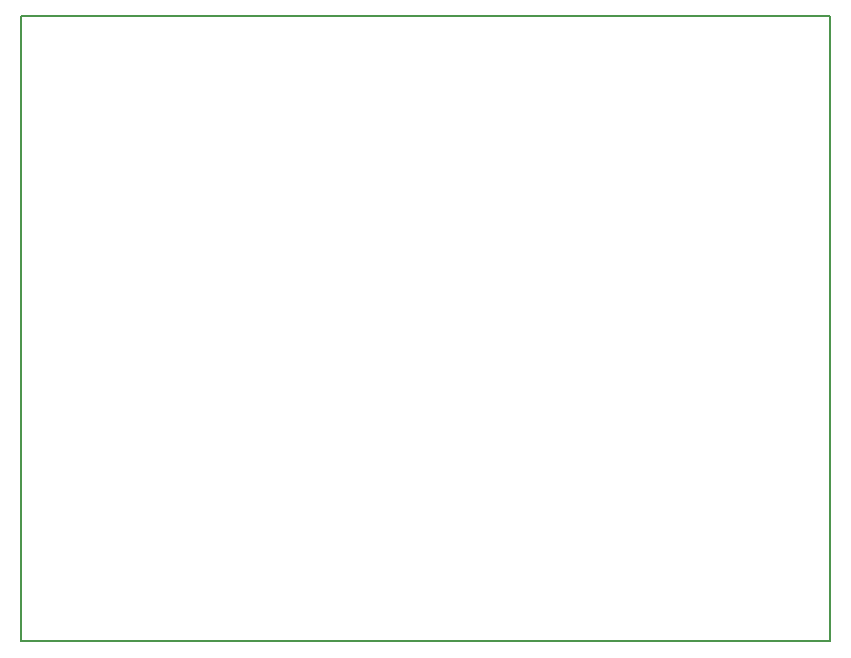
<source format=gko>
G04 #@! TF.FileFunction,Profile,NP*
%FSLAX46Y46*%
G04 Gerber Fmt 4.6, Leading zero omitted, Abs format (unit mm)*
G04 Created by KiCad (PCBNEW 4.0.4-stable) date 11/20/17 17:19:46*
%MOMM*%
%LPD*%
G01*
G04 APERTURE LIST*
%ADD10C,0.100000*%
%ADD11C,0.150000*%
G04 APERTURE END LIST*
D10*
D11*
X109220000Y-91630500D02*
X177673000Y-91630500D01*
X109220000Y-144589500D02*
X109220000Y-91630500D01*
X112776000Y-144589500D02*
X109220000Y-144589500D01*
X177673000Y-144589500D02*
X112776000Y-144589500D01*
X177673000Y-91630500D02*
X177673000Y-144589500D01*
M02*

</source>
